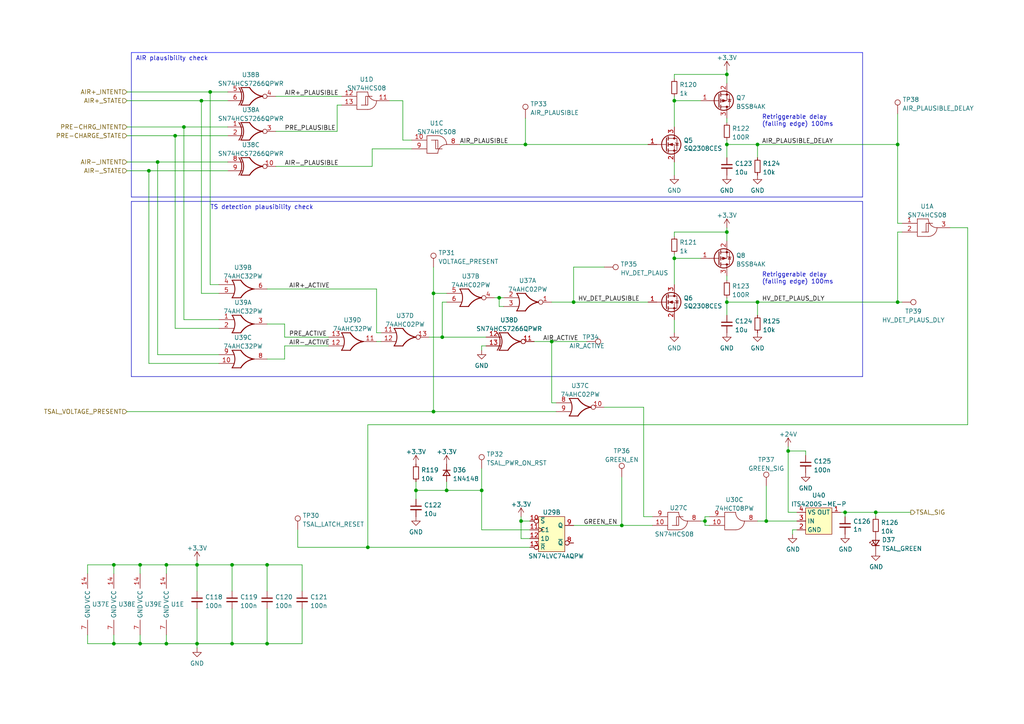
<source format=kicad_sch>
(kicad_sch (version 20211123) (generator eeschema)
  (paper "A4")
  (title_block (title "SPR23e Battery Management Unit (BMU)") (date "2023-03-25") (rev "B") (company "Scuderia Mensa HS RheinMain racing e.V.") (comment 1 "Author: Luca Engelmann") (comment 2 "Car number: 65"))
  (lib_symbols
    (symbol "+3.3V_1" (power) (pin_names (offset 0))
      (property "Value" "+3.3V_1" (at 0 3.556 0))
      (symbol "+3.3V_1_1_1"
        (pin power_in line (at 0 0 90) (length 0) hide (name "+3.3V") (number "1"))
      )
    )
    (symbol "+3.3V_2" (power) (pin_names (offset 0))
      (property "Value" "+3.3V_2" (at 0 3.556 0))
      (symbol "+3.3V_2_1_1"
        (pin power_in line (at 0 0 90) (length 0) hide (name "+3.3V") (number "1"))
      )
    )
    (symbol "+3.3V_3" (power) (pin_names (offset 0))
      (property "Value" "+3.3V_3" (at 0 3.556 0))
      (symbol "+3.3V_3_1_1"
        (pin power_in line (at 0 0 90) (length 0) hide (name "+3.3V") (number "1"))
      )
    )
    (symbol "+3.3V_4" (power) (pin_names (offset 0))
      (property "Value" "+3.3V_4" (at 0 3.556 0))
      (symbol "+3.3V_4_1_1"
        (pin power_in line (at 0 0 90) (length 0) hide (name "+3.3V") (number "1"))
      )
    )
    (symbol "+3.3V_5" (power) (pin_names (offset 0))
      (property "Value" "+3.3V_5" (at 0 3.556 0))
      (symbol "+3.3V_5_1_1"
        (pin power_in line (at 0 0 90) (length 0) hide (name "+3.3V") (number "1"))
      )
    )
    (symbol "74xx08_4"
      (property "Reference" "U" (at 2.54 6.35 0))
      (property "Value" "74xx08_4" (at 5.08 3.81 0))
      (symbol "74xx08_4_1_1"
        (pin input line (at -7.62 1.27 0) (length 4.318) (name "~") (number "1"))
        (pin input line (at -7.62 -1.27 0) (length 4.318) (name "~") (number "2"))
        (pin output line (at 6.35 0 180) (length 3.81) (name "~") (number "3"))
      )
      (symbol "74xx08_4_2_1"
        (pin input line (at -7.62 1.27 0) (length 4.318) (name "~") (number "4"))
        (pin input line (at -7.62 -1.27 0) (length 4.318) (name "~") (number "5"))
        (pin output line (at 6.35 0 180) (length 3.81) (name "~") (number "6"))
      )
      (symbol "74xx08_4_3_1"
        (pin input line (at -7.62 -1.27 0) (length 4.318) (name "~") (number "10"))
        (pin output line (at 6.35 0 180) (length 3.81) (name "~") (number "8"))
        (pin input line (at -7.62 1.27 0) (length 4.318) (name "~") (number "9"))
      )
      (symbol "74xx08_4_4_1"
        (pin output line (at 6.35 0 180) (length 3.81) (name "~") (number "11"))
        (pin input line (at -7.62 1.27 0) (length 4.318) (name "~") (number "12"))
        (pin input line (at -7.62 -1.27 0) (length 4.318) (name "~") (number "13"))
      )
      (symbol "74xx08_4_5_1"
        (pin input line (at 0 8.89 270) (length 4.318) (name "VCC") (number "14"))
        (pin input line (at 0 -8.89 90) (length 4.318) (name "GND") (number "7"))
      )
    )
    (symbol "74xx32_1"
      (property "Reference" "U" (at 2.54 6.35 0))
      (property "Value" "74xx32_1" (at 5.08 3.81 0))
      (symbol "74xx32_1_1_1"
        (pin input line (at -7.62 1.27 0) (length 4.318) (name "~") (number "1"))
        (pin input line (at -7.62 -1.27 0) (length 4.318) (name "~") (number "2"))
        (pin output line (at 6.35 0 180) (length 3.81) (name "~") (number "3"))
      )
      (symbol "74xx32_1_2_1"
        (pin input line (at -7.62 1.27 0) (length 4.318) (name "~") (number "4"))
        (pin input line (at -7.62 -1.27 0) (length 4.318) (name "~") (number "5"))
        (pin output line (at 6.35 0 180) (length 3.81) (name "~") (number "6"))
      )
      (symbol "74xx32_1_3_1"
        (pin input line (at -7.62 -1.27 0) (length 4.318) (name "~") (number "10"))
        (pin output line (at 6.35 0 180) (length 3.81) (name "~") (number "8"))
        (pin input line (at -7.62 1.27 0) (length 4.318) (name "~") (number "9"))
      )
      (symbol "74xx32_1_4_1"
        (pin output line (at 6.35 0 180) (length 3.81) (name "~") (number "11"))
        (pin input line (at -7.62 1.27 0) (length 4.318) (name "~") (number "12"))
        (pin input line (at -7.62 -1.27 0) (length 4.318) (name "~") (number "13"))
      )
      (symbol "74xx32_1_5_1"
        (pin input line (at 0 8.89 270) (length 4.318) (name "VCC") (number "14"))
        (pin input line (at 0 -8.89 90) (length 4.318) (name "GND") (number "7"))
      )
    )
    (symbol "74xx32_2"
      (property "Reference" "U" (at 2.54 6.35 0))
      (property "Value" "74xx32_2" (at 5.08 3.81 0))
      (symbol "74xx32_2_1_1"
        (pin input line (at -7.62 1.27 0) (length 4.318) (name "~") (number "1"))
        (pin input line (at -7.62 -1.27 0) (length 4.318) (name "~") (number "2"))
        (pin output line (at 6.35 0 180) (length 3.81) (name "~") (number "3"))
      )
      (symbol "74xx32_2_2_1"
        (pin input line (at -7.62 1.27 0) (length 4.318) (name "~") (number "4"))
        (pin input line (at -7.62 -1.27 0) (length 4.318) (name "~") (number "5"))
        (pin output line (at 6.35 0 180) (length 3.81) (name "~") (number "6"))
      )
      (symbol "74xx32_2_3_1"
        (pin input line (at -7.62 -1.27 0) (length 4.318) (name "~") (number "10"))
        (pin output line (at 6.35 0 180) (length 3.81) (name "~") (number "8"))
        (pin input line (at -7.62 1.27 0) (length 4.318) (name "~") (number "9"))
      )
      (symbol "74xx32_2_4_1"
        (pin output line (at 6.35 0 180) (length 3.81) (name "~") (number "11"))
        (pin input line (at -7.62 1.27 0) (length 4.318) (name "~") (number "12"))
        (pin input line (at -7.62 -1.27 0) (length 4.318) (name "~") (number "13"))
      )
      (symbol "74xx32_2_5_1"
        (pin input line (at 0 8.89 270) (length 4.318) (name "VCC") (number "14"))
        (pin input line (at 0 -8.89 90) (length 4.318) (name "GND") (number "7"))
      )
    )
    (symbol "74xx32_3"
      (property "Reference" "U" (at 2.54 6.35 0))
      (property "Value" "74xx32_3" (at 5.08 3.81 0))
      (symbol "74xx32_3_1_1"
        (pin input line (at -7.62 1.27 0) (length 4.318) (name "~") (number "1"))
        (pin input line (at -7.62 -1.27 0) (length 4.318) (name "~") (number "2"))
        (pin output line (at 6.35 0 180) (length 3.81) (name "~") (number "3"))
      )
      (symbol "74xx32_3_2_1"
        (pin input line (at -7.62 1.27 0) (length 4.318) (name "~") (number "4"))
        (pin input line (at -7.62 -1.27 0) (length 4.318) (name "~") (number "5"))
        (pin output line (at 6.35 0 180) (length 3.81) (name "~") (number "6"))
      )
      (symbol "74xx32_3_3_1"
        (pin input line (at -7.62 -1.27 0) (length 4.318) (name "~") (number "10"))
        (pin output line (at 6.35 0 180) (length 3.81) (name "~") (number "8"))
        (pin input line (at -7.62 1.27 0) (length 4.318) (name "~") (number "9"))
      )
      (symbol "74xx32_3_4_1"
        (pin output line (at 6.35 0 180) (length 3.81) (name "~") (number "11"))
        (pin input line (at -7.62 1.27 0) (length 4.318) (name "~") (number "12"))
        (pin input line (at -7.62 -1.27 0) (length 4.318) (name "~") (number "13"))
      )
      (symbol "74xx32_3_5_1"
        (pin input line (at 0 8.89 270) (length 4.318) (name "VCC") (number "14"))
        (pin input line (at 0 -8.89 90) (length 4.318) (name "GND") (number "7"))
      )
    )
    (symbol "74xx32_4"
      (property "Reference" "U" (at 2.54 6.35 0))
      (property "Value" "74xx32_4" (at 5.08 3.81 0))
      (symbol "74xx32_4_1_1"
        (pin input line (at -7.62 1.27 0) (length 4.318) (name "~") (number "1"))
        (pin input line (at -7.62 -1.27 0) (length 4.318) (name "~") (number "2"))
        (pin output line (at 6.35 0 180) (length 3.81) (name "~") (number "3"))
      )
      (symbol "74xx32_4_2_1"
        (pin input line (at -7.62 1.27 0) (length 4.318) (name "~") (number "4"))
        (pin input line (at -7.62 -1.27 0) (length 4.318) (name "~") (number "5"))
        (pin output line (at 6.35 0 180) (length 3.81) (name "~") (number "6"))
      )
      (symbol "74xx32_4_3_1"
        (pin input line (at -7.62 -1.27 0) (length 4.318) (name "~") (number "10"))
        (pin output line (at 6.35 0 180) (length 3.81) (name "~") (number "8"))
        (pin input line (at -7.62 1.27 0) (length 4.318) (name "~") (number "9"))
      )
      (symbol "74xx32_4_4_1"
        (pin output line (at 6.35 0 180) (length 3.81) (name "~") (number "11"))
        (pin input line (at -7.62 1.27 0) (length 4.318) (name "~") (number "12"))
        (pin input line (at -7.62 -1.27 0) (length 4.318) (name "~") (number "13"))
      )
      (symbol "74xx32_4_5_1"
        (pin input line (at 0 8.89 270) (length 4.318) (name "VCC") (number "14"))
        (pin input line (at 0 -8.89 90) (length 4.318) (name "GND") (number "7"))
      )
    )
    (symbol "Connector:TestPoint" (pin_numbers hide) (pin_names (offset 0.762) hide)
      (property "Reference" "TP" (at 0 6.858 0))
      (property "Value" "TestPoint" (at 0 5.08 0))
      (symbol "TestPoint_1_1"
        (pin passive line (at 0 0 90) (length 2.54) (name "1") (number "1"))
      )
    )
    (symbol "Device:C_Small" (pin_numbers hide) (pin_names (offset 0.254) hide)
      (property "Reference" "C" (at 0.254 1.778 0))
      (property "Value" "C_Small" (at 0.254 -2.032 0))
      (symbol "C_Small_1_1"
        (pin passive line (at 0 2.54 270) (length 2.032) (name "~") (number "1"))
        (pin passive line (at 0 -2.54 90) (length 2.032) (name "~") (number "2"))
      )
    )
    (symbol "Device:D_Small" (pin_numbers hide) (pin_names (offset 0.254) hide)
      (property "Reference" "D" (at -1.27 2.032 0))
      (property "Value" "D_Small" (at -3.81 -2.032 0))
      (symbol "D_Small_1_1"
        (pin passive line (at -2.54 0 0) (length 1.778) (name "K") (number "1"))
        (pin passive line (at 2.54 0 180) (length 1.778) (name "A") (number "2"))
      )
    )
    (symbol "Device:LED_Small" (pin_numbers hide) (pin_names (offset 0.254) hide)
      (property "Reference" "D" (at -1.27 3.175 0))
      (property "Value" "LED_Small" (at -4.445 -2.54 0))
      (symbol "LED_Small_1_1"
        (pin passive line (at -2.54 0 0) (length 1.778) (name "K") (number "1"))
        (pin passive line (at 2.54 0 180) (length 1.778) (name "A") (number "2"))
      )
    )
    (symbol "Device:Q_NMOS_GSD" (pin_names (offset 0) hide)
      (property "Reference" "Q" (at 5.08 1.27 0))
      (property "Value" "Q_NMOS_GSD" (at 5.08 -1.27 0))
      (symbol "Q_NMOS_GSD_1_1"
        (pin input line (at -5.08 0 0) (length 2.54) (name "G") (number "1"))
        (pin passive line (at 2.54 -5.08 90) (length 2.54) (name "S") (number "2"))
        (pin passive line (at 2.54 5.08 270) (length 2.54) (name "D") (number "3"))
      )
    )
    (symbol "Device:Q_PMOS_GSD" (pin_names (offset 0) hide)
      (property "Reference" "Q" (at 5.08 1.27 0))
      (property "Value" "Q_PMOS_GSD" (at 5.08 -1.27 0))
      (symbol "Q_PMOS_GSD_1_1"
        (pin input line (at -5.08 0 0) (length 2.54) (name "G") (number "1"))
        (pin passive line (at 2.54 -5.08 90) (length 2.54) (name "S") (number "2"))
        (pin passive line (at 2.54 5.08 270) (length 2.54) (name "D") (number "3"))
      )
    )
    (symbol "Device:R_Small" (pin_numbers hide) (pin_names (offset 0.254) hide)
      (property "Reference" "R" (at 0.762 0.508 0))
      (property "Value" "R_Small" (at 0.762 -1.016 0))
      (symbol "R_Small_1_1"
        (pin passive line (at 0 2.54 270) (length 0.762) (name "~") (number "1"))
        (pin passive line (at 0 -2.54 90) (length 0.762) (name "~") (number "2"))
      )
    )
    (symbol "GND_1" (power) (pin_names (offset 0))
      (property "Value" "GND_1" (at 0 -3.81 0))
      (symbol "GND_1_1_1"
        (pin power_in line (at 0 0 270) (length 0) hide (name "GND") (number "1"))
      )
    )
    (symbol "GND_10" (power) (pin_names (offset 0))
      (property "Value" "GND_10" (at 0 -3.81 0))
      (symbol "GND_10_1_1"
        (pin power_in line (at 0 0 270) (length 0) hide (name "GND") (number "1"))
      )
    )
    (symbol "GND_11" (power) (pin_names (offset 0))
      (property "Value" "GND_11" (at 0 -3.81 0))
      (symbol "GND_11_1_1"
        (pin power_in line (at 0 0 270) (length 0) hide (name "GND") (number "1"))
      )
    )
    (symbol "GND_12" (power) (pin_names (offset 0))
      (property "Value" "GND_12" (at 0 -3.81 0))
      (symbol "GND_12_1_1"
        (pin power_in line (at 0 0 270) (length 0) hide (name "GND") (number "1"))
      )
    )
    (symbol "GND_3" (power) (pin_names (offset 0))
      (property "Value" "GND_3" (at 0 -3.81 0))
      (symbol "GND_3_1_1"
        (pin power_in line (at 0 0 270) (length 0) hide (name "GND") (number "1"))
      )
    )
    (symbol "GND_4" (power) (pin_names (offset 0))
      (property "Value" "GND_4" (at 0 -3.81 0))
      (symbol "GND_4_1_1"
        (pin power_in line (at 0 0 270) (length 0) hide (name "GND") (number "1"))
      )
    )
    (symbol "GND_5" (power) (pin_names (offset 0))
      (property "Value" "GND_5" (at 0 -3.81 0))
      (symbol "GND_5_1_1"
        (pin power_in line (at 0 0 270) (length 0) hide (name "GND") (number "1"))
      )
    )
    (symbol "GND_6" (power) (pin_names (offset 0))
      (property "Value" "GND_6" (at 0 -3.81 0))
      (symbol "GND_6_1_1"
        (pin power_in line (at 0 0 270) (length 0) hide (name "GND") (number "1"))
      )
    )
    (symbol "GND_7" (power) (pin_names (offset 0))
      (property "Value" "GND_7" (at 0 -3.81 0))
      (symbol "GND_7_1_1"
        (pin power_in line (at 0 0 270) (length 0) hide (name "GND") (number "1"))
      )
    )
    (symbol "GND_8" (power) (pin_names (offset 0))
      (property "Value" "GND_8" (at 0 -3.81 0))
      (symbol "GND_8_1_1"
        (pin power_in line (at 0 0 270) (length 0) hide (name "GND") (number "1"))
      )
    )
    (symbol "GND_9" (power) (pin_names (offset 0))
      (property "Value" "GND_9" (at 0 -3.81 0))
      (symbol "GND_9_1_1"
        (pin power_in line (at 0 0 270) (length 0) hide (name "GND") (number "1"))
      )
    )
    (symbol "Scuderia:74HCS08"
      (property "Reference" "U" (at 2.54 6.35 0))
      (property "Value" "74HCS08" (at 5.08 3.81 0))
      (symbol "74HCS08_1_1"
        (pin input line (at -7.62 1.27 0) (length 4.318) (name "~") (number "1"))
        (pin input line (at -7.62 -1.27 0) (length 4.318) (name "~") (number "2"))
        (pin output line (at 6.35 0 180) (length 3.81) (name "~") (number "3"))
      )
      (symbol "74HCS08_2_1"
        (pin input line (at -7.62 1.27 0) (length 4.318) (name "~") (number "4"))
        (pin input line (at -7.62 -1.27 0) (length 4.318) (name "~") (number "5"))
        (pin output line (at 6.35 0 180) (length 3.81) (name "~") (number "6"))
      )
      (symbol "74HCS08_3_1"
        (pin input line (at -7.62 -1.27 0) (length 4.318) (name "~") (number "10"))
        (pin output line (at 6.35 0 180) (length 3.81) (name "~") (number "8"))
        (pin input line (at -7.62 1.27 0) (length 4.318) (name "~") (number "9"))
      )
      (symbol "74HCS08_4_1"
        (pin output line (at 6.35 0 180) (length 3.81) (name "~") (number "11"))
        (pin input line (at -7.62 1.27 0) (length 4.318) (name "~") (number "12"))
        (pin input line (at -7.62 -1.27 0) (length 4.318) (name "~") (number "13"))
      )
      (symbol "74HCS08_5_1"
        (pin input line (at 0 8.89 270) (length 4.318) (name "VCC") (number "14"))
        (pin input line (at 0 -8.89 90) (length 4.318) (name "GND") (number "7"))
      )
    )
    (symbol "Scuderia:74xx02"
      (property "Reference" "U" (at 2.54 6.35 0))
      (property "Value" "74xx02" (at 5.08 3.81 0))
      (symbol "74xx02_1_1"
        (pin output inverted (at 6.35 0 180) (length 3.81) (name "~") (number "1"))
        (pin input line (at -7.62 1.27 0) (length 4.318) (name "~") (number "2"))
        (pin input line (at -7.62 -1.27 0) (length 4.318) (name "~") (number "3"))
      )
      (symbol "74xx02_2_1"
        (pin output inverted (at 6.35 0 180) (length 3.81) (name "~") (number "4"))
        (pin input line (at -7.62 1.27 0) (length 4.318) (name "~") (number "5"))
        (pin input line (at -7.62 -1.27 0) (length 4.318) (name "~") (number "6"))
      )
      (symbol "74xx02_3_1"
        (pin output inverted (at 6.35 0 180) (length 3.81) (name "~") (number "10"))
        (pin input line (at -7.62 1.27 0) (length 4.318) (name "~") (number "8"))
        (pin input line (at -7.62 -1.27 0) (length 4.318) (name "~") (number "9"))
      )
      (symbol "74xx02_4_1"
        (pin input line (at -7.62 1.27 0) (length 4.318) (name "~") (number "11"))
        (pin input line (at -7.62 -1.27 0) (length 4.318) (name "~") (number "12"))
        (pin output inverted (at 6.35 0 180) (length 3.81) (name "~") (number "13"))
      )
      (symbol "74xx02_5_1"
        (pin input line (at 0 8.89 270) (length 4.318) (name "VCC") (number "14"))
        (pin input line (at 0 -8.89 90) (length 4.318) (name "GND") (number "7"))
      )
    )
    (symbol "Scuderia:74xx32"
      (property "Reference" "U" (at 2.54 6.35 0))
      (property "Value" "74xx32" (at 5.08 3.81 0))
      (symbol "74xx32_1_1"
        (pin input line (at -7.62 1.27 0) (length 4.318) (name "~") (number "1"))
        (pin input line (at -7.62 -1.27 0) (length 4.318) (name "~") (number "2"))
        (pin output line (at 6.35 0 180) (length 3.81) (name "~") (number "3"))
      )
      (symbol "74xx32_2_1"
        (pin input line (at -7.62 1.27 0) (length 4.318) (name "~") (number "4"))
        (pin input line (at -7.62 -1.27 0) (length 4.318) (name "~") (number "5"))
        (pin output line (at 6.35 0 180) (length 3.81) (name "~") (number "6"))
      )
      (symbol "74xx32_3_1"
        (pin input line (at -7.62 -1.27 0) (length 4.318) (name "~") (number "10"))
        (pin output line (at 6.35 0 180) (length 3.81) (name "~") (number "8"))
        (pin input line (at -7.62 1.27 0) (length 4.318) (name "~") (number "9"))
      )
      (symbol "74xx32_4_1"
        (pin output line (at 6.35 0 180) (length 3.81) (name "~") (number "11"))
        (pin input line (at -7.62 1.27 0) (length 4.318) (name "~") (number "12"))
        (pin input line (at -7.62 -1.27 0) (length 4.318) (name "~") (number "13"))
      )
      (symbol "74xx32_5_1"
        (pin input line (at 0 8.89 270) (length 4.318) (name "VCC") (number "14"))
        (pin input line (at 0 -8.89 90) (length 4.318) (name "GND") (number "7"))
      )
    )
    (symbol "Scuderia:74xx7266"
      (property "Reference" "U" (at 5.08 5.08 0))
      (property "Value" "74xx7266" (at 5.08 2.54 0))
      (symbol "74xx7266_1_1"
        (pin input line (at -7.62 1.27 0) (length 4.318) (name "~") (number "1"))
        (pin input line (at -7.62 -1.27 0) (length 4.318) (name "~") (number "2"))
        (pin output inverted (at 6.35 0 180) (length 3.81) (name "~") (number "3"))
      )
      (symbol "74xx7266_2_1"
        (pin output inverted (at 6.35 0 180) (length 3.81) (name "~") (number "4"))
        (pin input line (at -7.62 1.27 0) (length 4.318) (name "~") (number "5"))
        (pin input line (at -7.62 -1.27 0) (length 4.318) (name "~") (number "6"))
      )
      (symbol "74xx7266_3_1"
        (pin output inverted (at 6.35 0 180) (length 3.81) (name "~") (number "10"))
        (pin input line (at -7.62 1.27 0) (length 4.318) (name "~") (number "8"))
        (pin input line (at -7.62 -1.27 0) (length 4.318) (name "~") (number "9"))
      )
      (symbol "74xx7266_4_1"
        (pin output inverted (at 6.35 0 180) (length 3.81) (name "~") (number "11"))
        (pin input line (at -7.62 1.27 0) (length 4.318) (name "~") (number "12"))
        (pin input line (at -7.62 -1.27 0) (length 4.318) (name "~") (number "13"))
      )
      (symbol "74xx7266_5_1"
        (pin input line (at 0 8.89 270) (length 4.318) (name "VCC") (number "14"))
        (pin input line (at 0 -8.89 90) (length 4.318) (name "GND") (number "7"))
      )
    )
    (symbol "Scuderia:74xx74_SPLIT"
      (property "Reference" "U" (at 5.08 8.89 0))
      (property "Value" "74xx74_SPLIT" (at 7.62 6.35 0))
      (symbol "74xx74_SPLIT_1_1"
        (pin input inverted (at -6.35 -3.81 0) (length 2.54) (name "~{R}") (number "1"))
        (pin input line (at -6.35 -1.27 0) (length 2.54) (name "1D") (number "2"))
        (pin input clock (at -6.35 1.27 0) (length 2.54) (name "C1") (number "3"))
        (pin input inverted (at -6.35 3.81 0) (length 2.54) (name "~{S}") (number "4"))
        (pin output line (at 6.35 2.54 180) (length 2.54) (name "Q") (number "5"))
        (pin output inverted (at 6.35 -2.54 180) (length 2.54) (name "~{Q}") (number "6"))
      )
      (symbol "74xx74_SPLIT_2_1"
        (pin input inverted (at -6.35 3.81 0) (length 2.54) (name "~{S}") (number "10"))
        (pin input clock (at -6.35 1.27 0) (length 2.54) (name "C1") (number "11"))
        (pin input line (at -6.35 -1.27 0) (length 2.54) (name "1D") (number "12"))
        (pin input inverted (at -6.35 -3.81 0) (length 2.54) (name "~{R}") (number "13"))
        (pin output inverted (at 6.35 -2.54 180) (length 2.54) (name "~{Q}") (number "8"))
        (pin output line (at 6.35 2.54 180) (length 2.54) (name "Q") (number "9"))
      )
      (symbol "74xx74_SPLIT_3_1"
        (pin input line (at 0 8.89 270) (length 4.318) (name "VCC") (number "14"))
        (pin input line (at 0 -8.89 90) (length 4.318) (name "GND") (number "7"))
      )
    )
    (symbol "Scuderia:ITS4200S"
      (property "Reference" "U" (at 0 7.62 0))
      (property "Value" "ITS4200S" (at 0 5.08 0))
      (symbol "ITS4200S_1_1"
        (pin power_out line (at 6.35 2.54 180) (length 2.54) (name "OUT") (number "1"))
        (pin input line (at -6.35 -2.54 0) (length 2.54) (name "GND") (number "2"))
        (pin input line (at -6.35 0 0) (length 2.54) (name "IN") (number "3"))
        (pin input line (at -6.35 2.54 0) (length 2.54) (name "VS") (number "4"))
      )
    )
    (symbol "power:+24V" (power) (pin_names (offset 0))
      (property "Value" "+24V" (at 0 3.556 0))
      (symbol "+24V_1_1"
        (pin power_in line (at 0 0 90) (length 0) hide (name "+24V") (number "1"))
      )
    )
    (symbol "power:+3.3V" (power) (pin_names (offset 0))
      (property "Value" "+3.3V" (at 0 3.556 0))
      (symbol "+3.3V_1_1"
        (pin power_in line (at 0 0 90) (length 0) hide (name "+3.3V") (number "1"))
      )
    )
    (symbol "power:GND" (power) (pin_names (offset 0))
      (property "Value" "GND" (at 0 -3.81 0))
      (symbol "GND_1_1"
        (pin power_in line (at 0 0 270) (length 0) hide (name "GND") (number "1"))
      )
    )
  )
  (junction (at 67.31 163.83))
  (junction (at 260.35 41.91))
  (junction (at 195.58 74.93))
  (junction (at 48.26 163.83))
  (junction (at 222.25 151.13))
  (junction (at 210.82 21.59))
  (junction (at 40.64 163.83))
  (junction (at 57.15 186.69))
  (junction (at 180.34 152.4))
  (junction (at 128.27 97.79))
  (junction (at 45.72 46.99))
  (junction (at 125.73 119.38))
  (junction (at 210.82 41.91))
  (junction (at 254 148.59))
  (junction (at 210.82 87.63))
  (junction (at 33.02 186.69))
  (junction (at 245.11 148.59))
  (junction (at 260.35 87.63))
  (junction (at 152.4 41.91))
  (junction (at 77.47 186.69))
  (junction (at 219.71 41.91))
  (junction (at 204.47 151.13))
  (junction (at 151.13 151.13))
  (junction (at 77.47 163.83))
  (junction (at 40.64 186.69))
  (junction (at 166.37 87.63))
  (junction (at 144.78 86.36))
  (junction (at 228.6 130.81))
  (junction (at 60.96 26.67))
  (junction (at 195.58 29.21))
  (junction (at 53.34 36.83))
  (junction (at 48.26 186.69))
  (junction (at 106.68 158.75))
  (junction (at 50.8 39.37))
  (junction (at 57.15 163.83))
  (junction (at 219.71 87.63))
  (junction (at 129.54 142.24))
  (junction (at 139.7 142.24))
  (junction (at 210.82 67.31))
  (junction (at 58.42 29.21))
  (junction (at 125.73 85.09))
  (junction (at 120.65 142.24))
  (junction (at 43.18 49.53))
  (junction (at 67.31 186.69))
  (junction (at 160.02 99.06))
  (junction (at 33.02 163.83))
  (wire (pts (xy 77.47 176.53) (xy 77.47 186.69)))
  (wire (pts (xy 99.06 30.48) (xy 97.79 30.48)))
  (wire (pts (xy 231.14 153.67) (xy 229.87 153.67)))
  (wire (pts (xy 139.7 135.89) (xy 139.7 142.24)))
  (wire (pts (xy 57.15 163.83) (xy 67.31 163.83)))
  (wire (pts (xy 144.78 86.36) (xy 146.05 86.36)))
  (wire (pts (xy 109.22 99.06) (xy 110.49 99.06)))
  (wire (pts (xy 195.58 29.21) (xy 195.58 36.83)))
  (wire (pts (xy 36.83 29.21) (xy 58.42 29.21)))
  (wire (pts (xy 82.55 93.98) (xy 82.55 97.79)))
  (wire (pts (xy 25.4 163.83) (xy 33.02 163.83)))
  (wire (pts (xy 125.73 77.47) (xy 125.73 85.09)))
  (wire (pts (xy 67.31 176.53) (xy 67.31 186.69)))
  (wire (pts (xy 175.26 77.47) (xy 166.37 77.47)))
  (wire (pts (xy 152.4 34.29) (xy 152.4 41.91)))
  (polyline (pts (xy 250.19 109.22) (xy 38.1 109.22)) (stroke (width 0) (type solid)))
  (wire (pts (xy 33.02 184.15) (xy 33.02 186.69)))
  (wire (pts (xy 33.02 186.69) (xy 40.64 186.69)))
  (wire (pts (xy 120.65 142.24) (xy 120.65 144.78)))
  (wire (pts (xy 43.18 105.41) (xy 63.5 105.41)))
  (polyline (pts (xy 38.1 15.24) (xy 38.1 57.15)) (stroke (width 0) (type solid)))
  (wire (pts (xy 233.68 132.08) (xy 233.68 130.81)))
  (polyline (pts (xy 250.19 58.42) (xy 38.1 58.42)) (stroke (width 0) (type solid)))
  (wire (pts (xy 228.6 130.81) (xy 228.6 148.59)))
  (wire (pts (xy 60.96 26.67) (xy 66.04 26.67)))
  (wire (pts (xy 222.25 151.13) (xy 231.14 151.13)))
  (wire (pts (xy 57.15 176.53) (xy 57.15 186.69)))
  (wire (pts (xy 160.02 99.06) (xy 160.02 116.84)))
  (wire (pts (xy 109.22 83.82) (xy 77.47 83.82)))
  (wire (pts (xy 260.35 67.31) (xy 260.35 87.63)))
  (wire (pts (xy 40.64 184.15) (xy 40.64 186.69)))
  (wire (pts (xy 36.83 26.67) (xy 60.96 26.67)))
  (wire (pts (xy 57.15 186.69) (xy 67.31 186.69)))
  (wire (pts (xy 210.82 87.63) (xy 210.82 91.44)))
  (wire (pts (xy 186.69 118.11) (xy 186.69 149.86)))
  (wire (pts (xy 161.29 116.84) (xy 160.02 116.84)))
  (wire (pts (xy 36.83 36.83) (xy 53.34 36.83)))
  (wire (pts (xy 210.82 24.13) (xy 210.82 21.59)))
  (wire (pts (xy 195.58 73.66) (xy 195.58 74.93)))
  (wire (pts (xy 97.79 30.48) (xy 97.79 38.1)))
  (wire (pts (xy 219.71 87.63) (xy 260.35 87.63)))
  (wire (pts (xy 50.8 95.25) (xy 50.8 39.37)))
  (wire (pts (xy 87.63 163.83) (xy 77.47 163.83)))
  (wire (pts (xy 210.82 67.31) (xy 195.58 67.31)))
  (wire (pts (xy 195.58 92.71) (xy 195.58 96.52)))
  (wire (pts (xy 36.83 49.53) (xy 43.18 49.53)))
  (wire (pts (xy 222.25 140.97) (xy 222.25 151.13)))
  (wire (pts (xy 151.13 149.86) (xy 151.13 151.13)))
  (wire (pts (xy 50.8 39.37) (xy 66.04 39.37)))
  (wire (pts (xy 139.7 153.67) (xy 139.7 142.24)))
  (wire (pts (xy 63.5 85.09) (xy 58.42 85.09)))
  (wire (pts (xy 82.55 97.79) (xy 95.25 97.79)))
  (wire (pts (xy 106.68 158.75) (xy 153.67 158.75)))
  (wire (pts (xy 210.82 21.59) (xy 195.58 21.59)))
  (wire (pts (xy 80.01 48.26) (xy 107.95 48.26)))
  (wire (pts (xy 77.47 171.45) (xy 77.47 163.83)))
  (wire (pts (xy 125.73 85.09) (xy 129.54 85.09)))
  (wire (pts (xy 43.18 49.53) (xy 66.04 49.53)))
  (wire (pts (xy 186.69 149.86) (xy 189.23 149.86)))
  (wire (pts (xy 210.82 40.64) (xy 210.82 41.91)))
  (wire (pts (xy 219.71 41.91) (xy 260.35 41.91)))
  (wire (pts (xy 40.64 163.83) (xy 48.26 163.83)))
  (wire (pts (xy 120.65 139.7) (xy 120.65 142.24)))
  (wire (pts (xy 152.4 41.91) (xy 187.96 41.91)))
  (wire (pts (xy 219.71 41.91) (xy 219.71 45.72)))
  (polyline (pts (xy 38.1 15.24) (xy 250.19 15.24)) (stroke (width 0) (type solid) (color 0 0 255 1)))
  (wire (pts (xy 106.68 158.75) (xy 106.68 123.19)))
  (wire (pts (xy 151.13 151.13) (xy 153.67 151.13)))
  (wire (pts (xy 58.42 29.21) (xy 66.04 29.21)))
  (wire (pts (xy 82.55 100.33) (xy 95.25 100.33)))
  (wire (pts (xy 40.64 186.69) (xy 48.26 186.69)))
  (wire (pts (xy 139.7 100.33) (xy 139.7 101.6)))
  (wire (pts (xy 166.37 77.47) (xy 166.37 87.63)))
  (wire (pts (xy 210.82 80.01) (xy 210.82 81.28)))
  (wire (pts (xy 175.26 118.11) (xy 186.69 118.11)))
  (wire (pts (xy 228.6 130.81) (xy 233.68 130.81)))
  (wire (pts (xy 33.02 163.83) (xy 33.02 166.37)))
  (wire (pts (xy 160.02 87.63) (xy 166.37 87.63)))
  (wire (pts (xy 275.59 66.04) (xy 280.67 66.04)))
  (wire (pts (xy 36.83 39.37) (xy 50.8 39.37)))
  (wire (pts (xy 48.26 163.83) (xy 48.26 166.37)))
  (wire (pts (xy 48.26 186.69) (xy 57.15 186.69)))
  (wire (pts (xy 67.31 163.83) (xy 67.31 171.45)))
  (wire (pts (xy 86.36 158.75) (xy 106.68 158.75)))
  (wire (pts (xy 204.47 149.86) (xy 205.74 149.86)))
  (wire (pts (xy 170.18 99.06) (xy 160.02 99.06)))
  (wire (pts (xy 280.67 123.19) (xy 280.67 66.04)))
  (wire (pts (xy 40.64 166.37) (xy 40.64 163.83)))
  (wire (pts (xy 82.55 104.14) (xy 82.55 100.33)))
  (wire (pts (xy 231.14 148.59) (xy 228.6 148.59)))
  (wire (pts (xy 119.38 40.64) (xy 116.84 40.64)))
  (wire (pts (xy 205.74 152.4) (xy 204.47 152.4)))
  (wire (pts (xy 57.15 163.83) (xy 57.15 171.45)))
  (wire (pts (xy 151.13 151.13) (xy 151.13 156.21)))
  (wire (pts (xy 107.95 43.18) (xy 107.95 48.26)))
  (wire (pts (xy 245.11 148.59) (xy 245.11 149.86)))
  (wire (pts (xy 45.72 46.99) (xy 66.04 46.99)))
  (wire (pts (xy 140.97 100.33) (xy 139.7 100.33)))
  (wire (pts (xy 77.47 93.98) (xy 82.55 93.98)))
  (wire (pts (xy 203.2 29.21) (xy 195.58 29.21)))
  (wire (pts (xy 204.47 151.13) (xy 204.47 149.86)))
  (wire (pts (xy 63.5 82.55) (xy 60.96 82.55)))
  (wire (pts (xy 210.82 66.04) (xy 210.82 67.31)))
  (wire (pts (xy 124.46 97.79) (xy 128.27 97.79)))
  (wire (pts (xy 25.4 166.37) (xy 25.4 163.83)))
  (wire (pts (xy 48.26 184.15) (xy 48.26 186.69)))
  (wire (pts (xy 261.62 64.77) (xy 260.35 64.77)))
  (wire (pts (xy 25.4 186.69) (xy 33.02 186.69)))
  (polyline (pts (xy 38.1 58.42) (xy 38.1 109.22)) (stroke (width 0) (type solid)))
  (wire (pts (xy 195.58 46.99) (xy 195.58 50.8)))
  (wire (pts (xy 219.71 151.13) (xy 222.25 151.13)))
  (wire (pts (xy 210.82 20.32) (xy 210.82 21.59)))
  (wire (pts (xy 36.83 119.38) (xy 125.73 119.38)))
  (wire (pts (xy 203.2 74.93) (xy 195.58 74.93)))
  (wire (pts (xy 87.63 186.69) (xy 77.47 186.69)))
  (polyline (pts (xy 250.19 15.24) (xy 250.19 57.15)) (stroke (width 0) (type solid)))
  (wire (pts (xy 166.37 87.63) (xy 187.96 87.63)))
  (wire (pts (xy 80.01 27.94) (xy 99.06 27.94)))
  (wire (pts (xy 210.82 34.29) (xy 210.82 35.56)))
  (wire (pts (xy 67.31 163.83) (xy 77.47 163.83)))
  (wire (pts (xy 154.94 99.06) (xy 160.02 99.06)))
  (wire (pts (xy 140.97 97.79) (xy 128.27 97.79)))
  (wire (pts (xy 229.87 153.67) (xy 229.87 154.94)))
  (wire (pts (xy 144.78 86.36) (xy 144.78 88.9)))
  (wire (pts (xy 210.82 41.91) (xy 210.82 45.72)))
  (wire (pts (xy 53.34 92.71) (xy 53.34 36.83)))
  (wire (pts (xy 195.58 21.59) (xy 195.58 22.86)))
  (wire (pts (xy 106.68 123.19) (xy 280.67 123.19)))
  (wire (pts (xy 204.47 151.13) (xy 204.47 152.4)))
  (wire (pts (xy 210.82 87.63) (xy 219.71 87.63)))
  (wire (pts (xy 87.63 171.45) (xy 87.63 163.83)))
  (wire (pts (xy 125.73 85.09) (xy 125.73 119.38)))
  (wire (pts (xy 195.58 67.31) (xy 195.58 68.58)))
  (wire (pts (xy 245.11 148.59) (xy 254 148.59)))
  (wire (pts (xy 57.15 186.69) (xy 57.15 187.96)))
  (wire (pts (xy 36.83 46.99) (xy 45.72 46.99)))
  (wire (pts (xy 125.73 119.38) (xy 161.29 119.38)))
  (wire (pts (xy 45.72 102.87) (xy 63.5 102.87)))
  (wire (pts (xy 210.82 86.36) (xy 210.82 87.63)))
  (wire (pts (xy 153.67 153.67) (xy 139.7 153.67)))
  (wire (pts (xy 228.6 129.54) (xy 228.6 130.81)))
  (wire (pts (xy 80.01 38.1) (xy 97.79 38.1)))
  (wire (pts (xy 144.78 88.9) (xy 146.05 88.9)))
  (wire (pts (xy 63.5 95.25) (xy 50.8 95.25)))
  (wire (pts (xy 87.63 176.53) (xy 87.63 186.69)))
  (wire (pts (xy 261.62 67.31) (xy 260.35 67.31)))
  (wire (pts (xy 254 148.59) (xy 254 149.86)))
  (wire (pts (xy 86.36 153.67) (xy 86.36 158.75)))
  (wire (pts (xy 254 148.59) (xy 264.16 148.59)))
  (wire (pts (xy 210.82 69.85) (xy 210.82 67.31)))
  (wire (pts (xy 128.27 97.79) (xy 128.27 87.63)))
  (wire (pts (xy 116.84 29.21) (xy 113.03 29.21)))
  (wire (pts (xy 43.18 49.53) (xy 43.18 105.41)))
  (wire (pts (xy 195.58 74.93) (xy 195.58 82.55)))
  (wire (pts (xy 166.37 152.4) (xy 180.34 152.4)))
  (wire (pts (xy 109.22 96.52) (xy 109.22 83.82)))
  (polyline (pts (xy 250.19 57.15) (xy 38.1 57.15)) (stroke (width 0) (type solid)))
  (wire (pts (xy 25.4 184.15) (xy 25.4 186.69)))
  (wire (pts (xy 195.58 27.94) (xy 195.58 29.21)))
  (wire (pts (xy 33.02 163.83) (xy 40.64 163.83)))
  (wire (pts (xy 77.47 104.14) (xy 82.55 104.14)))
  (wire (pts (xy 129.54 87.63) (xy 128.27 87.63)))
  (wire (pts (xy 57.15 162.56) (xy 57.15 163.83)))
  (wire (pts (xy 63.5 92.71) (xy 53.34 92.71)))
  (wire (pts (xy 116.84 40.64) (xy 116.84 29.21)))
  (wire (pts (xy 58.42 29.21) (xy 58.42 85.09)))
  (wire (pts (xy 153.67 156.21) (xy 151.13 156.21)))
  (wire (pts (xy 129.54 139.7) (xy 129.54 142.24)))
  (wire (pts (xy 129.54 142.24) (xy 139.7 142.24)))
  (wire (pts (xy 67.31 186.69) (xy 77.47 186.69)))
  (wire (pts (xy 260.35 33.02) (xy 260.35 41.91)))
  (wire (pts (xy 110.49 96.52) (xy 109.22 96.52)))
  (wire (pts (xy 260.35 64.77) (xy 260.35 41.91)))
  (wire (pts (xy 53.34 36.83) (xy 66.04 36.83)))
  (wire (pts (xy 260.35 87.63) (xy 261.62 87.63)))
  (wire (pts (xy 219.71 87.63) (xy 219.71 91.44)))
  (wire (pts (xy 60.96 82.55) (xy 60.96 26.67)))
  (wire (pts (xy 180.34 152.4) (xy 189.23 152.4)))
  (wire (pts (xy 133.35 41.91) (xy 152.4 41.91)))
  (wire (pts (xy 143.51 86.36) (xy 144.78 86.36)))
  (wire (pts (xy 45.72 46.99) (xy 45.72 102.87)))
  (wire (pts (xy 210.82 41.91) (xy 219.71 41.91)))
  (wire (pts (xy 180.34 138.43) (xy 180.34 152.4)))
  (wire (pts (xy 48.26 163.83) (xy 57.15 163.83)))
  (wire (pts (xy 203.2 151.13) (xy 204.47 151.13)))
  (wire (pts (xy 119.38 43.18) (xy 107.95 43.18)))
  (wire (pts (xy 120.65 142.24) (xy 129.54 142.24)))
  (wire (pts (xy 243.84 148.59) (xy 245.11 148.59)))
  (polyline (pts (xy 250.19 58.42) (xy 250.19 109.22)) (stroke (width 0) (type solid)))
  (text "AIR plausibility check" (at 39.37 17.78 0) (effects (font (size 1.27 1.27)) (justify left bottom)))
  (text "Retriggerable delay\n(falling edge) 100ms" (at 220.98 36.83 0) (effects (font (size 1.27 1.27)) (justify left bottom)))
  (text "TS detection plausibility check" (at 60.96 60.96 0) (effects (font (size 1.27 1.27)) (justify left bottom)))
  (text "Retriggerable delay\n(falling edge) 100ms" (at 220.98 82.55 0) (effects (font (size 1.27 1.27)) (justify left bottom)))
  (label "AIR_PLAUSIBLE" (at 133.35 41.91 0))
  (label "AIR_ACTIVE" (at 157.48 99.06 0))
  (label "AIR+_PLAUSIBLE" (at 82.55 27.94 0))
  (label "HV_DET_PLAUSIBLE" (at 167.64 87.63 0))
  (label "AIR_PLAUSIBLE_DELAY" (at 220.98 41.91 0))
  (label "PRE_PLAUSIBLE" (at 82.55 38.1 0))
  (label "PRE_ACTIVE" (at 83.82 97.79 0))
  (label "AIR+_ACTIVE" (at 83.82 83.82 0))
  (label "GREEN_EN" (at 179.07 152.4 180))
  (label "HV_DET_PLAUS_DLY" (at 220.98 87.63 0))
  (label "AIR-_ACTIVE" (at 83.82 100.33 0))
  (label "AIR-_PLAUSIBLE" (at 82.55 48.26 0))
  (hierarchical_label "AIR+_INTENT" (shape input) (at 36.83 26.67 180))
  (hierarchical_label "TSAL_VOLTAGE_PRESENT" (shape input) (at 36.83 119.38 180))
  (hierarchical_label "AIR-_STATE" (shape input) (at 36.83 49.53 180))
  (hierarchical_label "PRE-CHARGE_STATE" (shape input) (at 36.83 39.37 180))
  (hierarchical_label "AIR-_INTENT" (shape input) (at 36.83 46.99 180))
  (hierarchical_label "PRE-CHRG_INTENT" (shape input) (at 36.83 36.83 180))
  (hierarchical_label "AIR+_STATE" (shape input) (at 36.83 29.21 180))
  (hierarchical_label "TSAL_SIG" (shape output) (at 264.16 148.59 0))
  (symbol (lib_id "Device:C_Small") (at 210.82 48.26 0) (unit 1)
    (property "Reference" "C123" (at 213.1441 47.4316 0) (effects (justify left)))
    (property "Value" "10u" (at 213.1441 49.9685 0) (effects (justify left)))
    (property "Footprint" "Capacitor_SMD:C_1206_3216Metric" (effects hide))
  )
  (symbol (lib_name "GND_1") (lib_id "power:GND") (at 57.15 187.96 0) (unit 1)
    (property "Reference" "#PWR0226" (effects hide))
    (property "Value" "GND" (at 57.15 192.4034 0))
  )
  (symbol (lib_id "Connector:TestPoint") (at 125.73 77.47 0) (unit 1)
    (property "Reference" "TP31" (at 127.127 73.3333 0) (effects (justify left)))
    (property "Value" "VOLTAGE_PRESENT" (at 127.127 75.8702 0) (effects (justify left)))
    (property "Footprint" "TestPoint:TestPoint_Pad_D1.5mm" (effects hide))
  )
  (symbol (lib_name "+3.3V_2") (lib_id "power:+3.3V") (at 120.65 134.62 0) (unit 1)
    (property "Reference" "#PWR0227" (effects hide))
    (property "Value" "+3.3V" (at 120.65 131.0442 0))
  )
  (symbol (lib_id "Device:C_Small") (at 67.31 173.99 0) (unit 1)
    (property "Reference" "C119" (at 69.6341 173.1616 0) (effects (justify left)))
    (property "Value" "100n" (at 69.6341 175.6985 0) (effects (justify left)))
    (property "Footprint" "Capacitor_SMD:C_0603_1608Metric" (effects hide))
  )
  (symbol (lib_id "Scuderia:74xx02") (at 25.4 175.26 0) (unit 5)
    (property "Reference" "U37" (at 26.67 175.26 0) (effects (justify left)))
    (property "Value" "74AHC02PW" (effects hide))
    (property "Footprint" "Package_SO:TSSOP-14_4.4x5mm_P0.65mm" (effects hide))
  )
  (symbol (lib_id "Scuderia:74xx7266") (at 73.66 48.26 0) (unit 3)
    (property "Reference" "U38" (at 72.7485 42.0202 0))
    (property "Value" "SN74HCS7266QPWR" (at 72.7485 44.5571 0))
    (property "Footprint" "Package_SO:TSSOP-14_4.4x5mm_P0.65mm" (effects hide))
  )
  (symbol (lib_id "Device:R_Small") (at 195.58 25.4 0) (unit 1)
    (property "Reference" "R120" (at 197.0786 24.5653 0) (effects (justify left)))
    (property "Value" "1k" (at 197.0786 27.1022 0) (effects (justify left)))
    (property "Footprint" "Resistor_SMD:R_0603_1608Metric" (effects hide))
  )
  (symbol (lib_name "GND_6") (lib_id "power:GND") (at 195.58 50.8 0) (unit 1)
    (property "Reference" "#PWR0232" (effects hide))
    (property "Value" "GND" (at 195.58 55.2434 0))
  )
  (symbol (lib_id "Scuderia:74xx7266") (at 73.66 38.1 0) (unit 1)
    (property "Reference" "U38" (at 72.7485 31.8602 0))
    (property "Value" "SN74HCS7266QPWR" (at 72.7485 34.3971 0))
    (property "Footprint" "Package_SO:TSSOP-14_4.4x5mm_P0.65mm" (effects hide))
  )
  (symbol (lib_id "Device:C_Small") (at 57.15 173.99 0) (unit 1)
    (property "Reference" "C118" (at 59.4741 173.1616 0) (effects (justify left)))
    (property "Value" "100n" (at 59.4741 175.6985 0) (effects (justify left)))
    (property "Footprint" "Capacitor_SMD:C_0603_1608Metric" (effects hide))
  )
  (symbol (lib_id "Device:Q_NMOS_GSD") (at 193.04 87.63 0) (unit 1)
    (property "Reference" "Q6" (at 198.247 86.4616 0) (effects (justify left)))
    (property "Value" "SQ2308CES" (at 198.247 88.773 0) (effects (justify left)))
    (property "Footprint" "Scuderia:SOT-23" (effects hide))
  )
  (symbol (lib_id "Scuderia:74HCS08") (at 48.26 175.26 0) (unit 5)
    (property "Reference" "U1" (at 49.53 175.26 0) (effects (justify left)))
    (property "Value" "SN74HCS08" (effects hide))
    (property "Footprint" "Package_SO:TSSOP-14_4.4x5mm_P0.65mm" (effects hide))
  )
  (symbol (lib_id "Scuderia:74xx7266") (at 33.02 175.26 0) (unit 5)
    (property "Reference" "U38" (at 34.29 175.26 0) (effects (justify left)))
    (property "Value" "SN74HCS7266QPWR" (effects hide))
    (property "Footprint" "Package_SO:TSSOP-14_4.4x5mm_P0.65mm" (effects hide))
  )
  (symbol (lib_name "+3.3V_5") (lib_id "power:+3.3V") (at 210.82 66.04 0) (unit 1)
    (property "Reference" "#PWR0236" (effects hide))
    (property "Value" "+3.3V" (at 210.82 62.4642 0))
  )
  (symbol (lib_name "GND_4") (lib_id "power:GND") (at 195.58 96.52 0) (unit 1)
    (property "Reference" "#PWR0233" (effects hide))
    (property "Value" "GND" (at 195.58 100.9634 0))
  )
  (symbol (lib_id "Connector:TestPoint") (at 180.34 138.43 0) (unit 1)
    (property "Reference" "TP36" (at 180.34 130.7932 0))
    (property "Value" "GREEN_EN" (at 180.34 133.3301 0))
    (property "Footprint" "TestPoint:TestPoint_Pad_D1.5mm" (effects hide))
  )
  (symbol (lib_name "+3.3V_4") (lib_id "power:+3.3V") (at 151.13 149.86 0) (unit 1)
    (property "Reference" "#PWR0231" (effects hide))
    (property "Value" "+3.3V" (at 151.13 146.2842 0))
  )
  (symbol (lib_id "Connector:TestPoint") (at 152.4 34.29 0) (unit 1)
    (property "Reference" "TP33" (at 153.797 30.1533 0) (effects (justify left)))
    (property "Value" "AIR_PLAUSIBLE" (at 153.797 32.6902 0) (effects (justify left)))
    (property "Footprint" "TestPoint:TestPoint_Pad_D1.5mm" (effects hide))
  )
  (symbol (lib_id "Device:R_Small") (at 195.58 71.12 0) (unit 1)
    (property "Reference" "R121" (at 197.0786 70.2853 0) (effects (justify left)))
    (property "Value" "1k" (at 197.0786 72.8222 0) (effects (justify left)))
    (property "Footprint" "Resistor_SMD:R_0603_1608Metric" (effects hide))
  )
  (symbol (lib_id "Connector:TestPoint") (at 222.25 140.97 0) (unit 1)
    (property "Reference" "TP37" (at 222.25 133.3332 0))
    (property "Value" "GREEN_SIG" (at 222.25 135.8701 0))
    (property "Footprint" "TestPoint:TestPoint_Pad_D1.5mm" (effects hide))
  )
  (symbol (lib_name "74xx32_2") (lib_id "Scuderia:74xx32") (at 102.87 99.06 0) (mirror x) (unit 4)
    (property "Reference" "U39" (at 102.2356 92.8202 0))
    (property "Value" "74AHC32PW" (at 102.2356 95.3571 0))
    (property "Footprint" "Package_SO:TSSOP-14_4.4x5mm_P0.65mm" (effects hide))
  )
  (symbol (lib_name "74xx32_3") (lib_id "Scuderia:74xx32") (at 71.12 83.82 0) (unit 2)
    (property "Reference" "U39" (at 70.4856 77.5802 0))
    (property "Value" "74AHC32PW" (at 70.4856 80.1171 0))
    (property "Footprint" "Package_SO:TSSOP-14_4.4x5mm_P0.65mm" (effects hide))
  )
  (symbol (lib_id "Scuderia:74HCS08") (at 269.24 66.04 0) (unit 1)
    (property "Reference" "U1" (at 268.8971 59.851 0))
    (property "Value" "SN74HCS08" (at 268.8971 62.3879 0))
    (property "Footprint" "Package_SO:TSSOP-14_4.4x5mm_P0.65mm" (effects hide))
  )
  (symbol (lib_id "Connector:TestPoint") (at 86.36 153.67 0) (unit 1)
    (property "Reference" "TP30" (at 87.757 149.5333 0) (effects (justify left)))
    (property "Value" "TSAL_LATCH_RESET" (at 87.757 152.0702 0) (effects (justify left)))
    (property "Footprint" "TestPoint:TestPoint_Pad_D1.5mm" (effects hide))
  )
  (symbol (lib_id "Connector:TestPoint") (at 260.35 33.02 0) (unit 1)
    (property "Reference" "TP38" (at 261.747 28.8833 0) (effects (justify left)))
    (property "Value" "AIR_PLAUSIBLE_DELAY" (at 261.747 31.4202 0) (effects (justify left)))
    (property "Footprint" "TestPoint:TestPoint_Pad_D1.5mm" (effects hide))
  )
  (symbol (lib_id "Device:C_Small") (at 245.11 152.4 0) (unit 1)
    (property "Reference" "C126" (at 247.4468 151.2316 0) (effects (justify left)))
    (property "Value" "1n" (at 247.4468 153.543 0) (effects (justify left)))
    (property "Footprint" "Capacitor_SMD:C_0603_1608Metric" (effects hide))
  )
  (symbol (lib_id "Device:C_Small") (at 87.63 173.99 0) (unit 1)
    (property "Reference" "C121" (at 89.9541 173.1616 0) (effects (justify left)))
    (property "Value" "100n" (at 89.9541 175.6985 0) (effects (justify left)))
    (property "Footprint" "Capacitor_SMD:C_0603_1608Metric" (effects hide))
  )
  (symbol (lib_id "Device:R_Small") (at 210.82 83.82 0) (unit 1)
    (property "Reference" "R123" (at 212.3186 82.9853 0) (effects (justify left)))
    (property "Value" "100R" (at 212.3186 85.5222 0) (effects (justify left)))
    (property "Footprint" "Resistor_SMD:R_0603_1608Metric" (effects hide))
  )
  (symbol (lib_id "Connector:TestPoint") (at 170.18 99.06 270) (unit 1)
    (property "Reference" "TP34" (at 168.91 97.79 90) (effects (justify left)))
    (property "Value" "AIR_ACTIVE" (at 165.1 100.33 90) (effects (justify left)))
    (property "Footprint" "TestPoint:TestPoint_Pad_D1.5mm" (effects hide))
  )
  (symbol (lib_id "Scuderia:74HCS08") (at 106.68 29.21 0) (unit 4)
    (property "Reference" "U1" (at 106.3371 23.021 0))
    (property "Value" "SN74HCS08" (at 106.3371 25.5579 0))
    (property "Footprint" "Package_SO:TSSOP-14_4.4x5mm_P0.65mm" (effects hide))
  )
  (symbol (lib_id "Scuderia:74xx02") (at 118.11 97.79 0) (unit 4)
    (property "Reference" "U37" (at 117.4756 91.5502 0))
    (property "Value" "74AHC02PW" (at 117.4756 94.0871 0))
    (property "Footprint" "Package_SO:TSSOP-14_4.4x5mm_P0.65mm" (effects hide))
  )
  (symbol (lib_id "Scuderia:74xx74_SPLIT") (at 160.02 154.94 0) (unit 2)
    (property "Reference" "U29" (at 160.02 148.59 0))
    (property "Value" "SN74LVC74AQPW" (at 161.29 161.29 0))
    (property "Footprint" "Package_SO:TSSOP-14_4.4x5mm_P0.65mm" (effects hide))
  )
  (symbol (lib_id "Scuderia:74xx02") (at 168.91 118.11 0) (unit 3)
    (property "Reference" "U37" (at 168.2756 111.8702 0))
    (property "Value" "74AHC02PW" (at 168.2756 114.4071 0))
    (property "Footprint" "Package_SO:TSSOP-14_4.4x5mm_P0.65mm" (effects hide))
  )
  (symbol (lib_name "74xx32_4") (lib_id "Scuderia:74xx32") (at 71.12 93.98 0) (unit 1)
    (property "Reference" "U39" (at 70.4856 87.7402 0))
    (property "Value" "74AHC32PW" (at 70.4856 90.2771 0))
    (property "Footprint" "Package_SO:TSSOP-14_4.4x5mm_P0.65mm" (effects hide))
  )
  (symbol (lib_id "Device:R_Small") (at 210.82 38.1 0) (unit 1)
    (property "Reference" "R122" (at 212.3186 37.2653 0) (effects (justify left)))
    (property "Value" "100R" (at 212.3186 39.8022 0) (effects (justify left)))
    (property "Footprint" "Resistor_SMD:R_0603_1608Metric" (effects hide))
  )
  (symbol (lib_id "Device:C_Small") (at 210.82 93.98 0) (unit 1)
    (property "Reference" "C124" (at 213.1441 93.1516 0) (effects (justify left)))
    (property "Value" "10u" (at 213.1441 95.6885 0) (effects (justify left)))
    (property "Footprint" "Capacitor_SMD:C_1206_3216Metric" (effects hide))
  )
  (symbol (lib_id "Device:D_Small") (at 129.54 137.16 270) (unit 1)
    (property "Reference" "D36" (at 131.318 136.3253 90) (effects (justify left)))
    (property "Value" "1N4148" (at 131.318 138.8622 90) (effects (justify left)))
    (property "Footprint" "Diode_SMD:D_SOD-123" (effects hide))
  )
  (symbol (lib_id "Connector:TestPoint") (at 261.62 87.63 270) (unit 1)
    (property "Reference" "TP39" (at 264.922 90.2954 90))
    (property "Value" "HV_DET_PLAUS_DLY" (at 264.922 92.8323 90))
    (property "Footprint" "TestPoint:TestPoint_Pad_D1.5mm" (effects hide))
  )
  (symbol (lib_name "GND_8") (lib_id "power:GND") (at 210.82 96.52 0) (unit 1)
    (property "Reference" "#PWR0237" (effects hide))
    (property "Value" "GND" (at 210.82 100.9634 0))
  )
  (symbol (lib_id "Scuderia:74xx7266") (at 148.59 99.06 0) (unit 4)
    (property "Reference" "U38" (at 147.6785 92.8202 0))
    (property "Value" "SN74HCS7266QPWR" (at 147.6785 95.3571 0))
    (property "Footprint" "Package_SO:TSSOP-14_4.4x5mm_P0.65mm" (effects hide))
  )
  (symbol (lib_id "Scuderia:74xx02") (at 153.67 87.63 0) (unit 1)
    (property "Reference" "U37" (at 153.0356 81.3902 0))
    (property "Value" "74AHC02PW" (at 153.0356 83.9271 0))
    (property "Footprint" "Package_SO:TSSOP-14_4.4x5mm_P0.65mm" (effects hide))
  )
  (symbol (lib_id "Connector:TestPoint") (at 175.26 77.47 270) (unit 1)
    (property "Reference" "TP35" (at 179.959 76.6353 90) (effects (justify left)))
    (property "Value" "HV_DET_PLAUS" (at 179.959 79.1722 90) (effects (justify left)))
    (property "Footprint" "TestPoint:TestPoint_Pad_D1.5mm" (effects hide))
  )
  (symbol (lib_name "GND_10") (lib_id "power:GND") (at 229.87 154.94 0) (unit 1)
    (property "Reference" "#PWR0241" (effects hide))
    (property "Value" "GND" (at 229.997 159.3342 0))
  )
  (symbol (lib_id "Device:C_Small") (at 77.47 173.99 0) (unit 1)
    (property "Reference" "C120" (at 79.7941 173.1616 0) (effects (justify left)))
    (property "Value" "100n" (at 79.7941 175.6985 0) (effects (justify left)))
    (property "Footprint" "Capacitor_SMD:C_0603_1608Metric" (effects hide))
  )
  (symbol (lib_id "Device:C_Small") (at 233.68 134.62 0) (unit 1)
    (property "Reference" "C125" (at 236.0041 133.7916 0) (effects (justify left)))
    (property "Value" "100n" (at 236.0041 136.3285 0) (effects (justify left)))
    (property "Footprint" "Capacitor_SMD:C_0603_1608Metric" (effects hide))
  )
  (symbol (lib_name "+3.3V_1") (lib_id "power:+3.3V") (at 57.15 162.56 0) (unit 1)
    (property "Reference" "#PWR0225" (effects hide))
    (property "Value" "+3.3V" (at 57.15 158.9842 0))
  )
  (symbol (lib_id "Scuderia:74HCS08") (at 127 41.91 0) (mirror x) (unit 3)
    (property "Reference" "U1" (at 126.6571 35.721 0))
    (property "Value" "SN74HCS08" (at 126.6571 38.2579 0))
    (property "Footprint" "Package_SO:TSSOP-14_4.4x5mm_P0.65mm" (effects hide))
  )
  (symbol (lib_id "Device:C_Small") (at 120.65 147.32 0) (unit 1)
    (property "Reference" "C122" (at 122.9741 146.4916 0) (effects (justify left)))
    (property "Value" "10u" (at 122.9741 149.0285 0) (effects (justify left)))
    (property "Footprint" "Capacitor_SMD:C_1206_3216Metric" (effects hide))
  )
  (symbol (lib_id "Connector:TestPoint") (at 139.7 135.89 0) (unit 1)
    (property "Reference" "TP32" (at 141.097 131.7533 0) (effects (justify left)))
    (property "Value" "TSAL_PWR_ON_RST" (at 141.097 134.2902 0) (effects (justify left)))
    (property "Footprint" "TestPoint:TestPoint_Pad_D1.5mm" (effects hide))
  )
  (symbol (lib_id "Scuderia:74xx02") (at 137.16 86.36 0) (unit 2)
    (property "Reference" "U37" (at 136.5256 80.1202 0))
    (property "Value" "74AHC02PW" (at 136.5256 82.6571 0))
    (property "Footprint" "Package_SO:TSSOP-14_4.4x5mm_P0.65mm" (effects hide))
  )
  (symbol (lib_name "GND_3") (lib_id "power:GND") (at 120.65 149.86 0) (unit 1)
    (property "Reference" "#PWR0228" (effects hide))
    (property "Value" "GND" (at 120.65 154.3034 0))
  )
  (symbol (lib_name "GND_4") (lib_id "power:GND") (at 139.7 101.6 0) (unit 1)
    (property "Reference" "#PWR0230" (effects hide))
    (property "Value" "GND" (at 139.7 106.0434 0))
  )
  (symbol (lib_id "power:+24V") (at 228.6 129.54 0) (unit 1)
    (property "Reference" "#PWR0240" (effects hide))
    (property "Value" "+24V" (at 228.6 125.9642 0))
  )
  (symbol (lib_id "Device:R_Small") (at 254 152.4 0) (unit 1)
    (property "Reference" "R126" (at 255.4986 151.5653 0) (effects (justify left)))
    (property "Value" "10k" (at 255.4986 154.1022 0) (effects (justify left)))
    (property "Footprint" "Resistor_SMD:R_0603_1608Metric" (effects hide))
  )
  (symbol (lib_name "GND_7") (lib_id "power:GND") (at 210.82 50.8 0) (unit 1)
    (property "Reference" "#PWR0235" (effects hide))
    (property "Value" "GND" (at 210.82 55.2434 0))
  )
  (symbol (lib_id "Device:Q_PMOS_GSD") (at 208.28 74.93 0) (mirror x) (unit 1)
    (property "Reference" "Q8" (at 213.487 74.0953 0) (effects (justify left)))
    (property "Value" "BSS84AK" (at 213.487 76.6322 0) (effects (justify left)))
    (property "Footprint" "Scuderia:SOT-23" (effects hide))
  )
  (symbol (lib_id "Device:R_Small") (at 219.71 48.26 0) (unit 1)
    (property "Reference" "R124" (at 221.2086 47.4253 0) (effects (justify left)))
    (property "Value" "10k" (at 221.2086 49.9622 0) (effects (justify left)))
    (property "Footprint" "Resistor_SMD:R_0603_1608Metric" (effects hide))
  )
  (symbol (lib_name "GND_9") (lib_id "power:GND") (at 219.71 96.52 0) (unit 1)
    (property "Reference" "#PWR0239" (effects hide))
    (property "Value" "GND" (at 219.71 100.9634 0))
  )
  (symbol (lib_name "74xx32_1") (lib_id "Scuderia:74xx32") (at 40.64 175.26 0) (unit 5)
    (property "Reference" "U39" (at 41.91 175.26 0) (effects (justify left)))
    (property "Value" "74AHC32PW" (effects hide))
    (property "Footprint" "Package_SO:TSSOP-14_4.4x5mm_P0.65mm" (effects hide))
  )
  (symbol (lib_name "GND_11") (lib_id "power:GND") (at 254 160.02 0) (unit 1)
    (property "Reference" "#PWR0244" (effects hide))
    (property "Value" "GND" (at 254.127 164.4142 0))
  )
  (symbol (lib_id "Device:LED_Small") (at 254 157.48 90) (unit 1)
    (property "Reference" "D37" (at 255.778 156.5818 90) (effects (justify right)))
    (property "Value" "TSAL_GREEN" (at 255.778 159.1187 90) (effects (justify right)))
    (property "Footprint" "LED_SMD:LED_0603_1608Metric" (effects hide))
  )
  (symbol (lib_name "+3.3V_3") (lib_id "power:+3.3V") (at 129.54 134.62 0) (unit 1)
    (property "Reference" "#PWR0229" (effects hide))
    (property "Value" "+3.3V" (at 129.54 131.0442 0))
  )
  (symbol (lib_id "Device:R_Small") (at 219.71 93.98 0) (unit 1)
    (property "Reference" "R125" (at 221.2086 93.1453 0) (effects (justify left)))
    (property "Value" "10k" (at 221.2086 95.6822 0) (effects (justify left)))
    (property "Footprint" "Resistor_SMD:R_0603_1608Metric" (effects hide))
  )
  (symbol (lib_id "power:GND") (at 233.68 137.16 0) (unit 1)
    (property "Reference" "#PWR0242" (effects hide))
    (property "Value" "GND" (at 233.68 141.6034 0))
  )
  (symbol (lib_id "Scuderia:74xx32") (at 71.12 104.14 0) (unit 3)
    (property "Reference" "U39" (at 70.4856 97.9002 0))
    (property "Value" "74AHC32PW" (at 70.4856 100.4371 0))
    (property "Footprint" "Package_SO:TSSOP-14_4.4x5mm_P0.65mm" (effects hide))
  )
  (symbol (lib_name "74xx08_4") (lib_id "Scuderia:74xx08") (at 213.36 151.13 0) (unit 3)
    (property "Reference" "U30" (at 213.0171 144.941 0))
    (property "Value" "74HCT08PW" (at 213.0171 147.4779 0))
    (property "Footprint" "Package_SO:TSSOP-14_4.4x5mm_P0.65mm" (effects hide))
  )
  (symbol (lib_name "GND_5") (lib_id "power:GND") (at 219.71 50.8 0) (unit 1)
    (property "Reference" "#PWR0238" (effects hide))
    (property "Value" "GND" (at 219.71 55.2434 0))
  )
  (symbol (lib_id "Device:R_Small") (at 120.65 137.16 0) (unit 1)
    (property "Reference" "R119" (at 122.1486 136.3253 0) (effects (justify left)))
    (property "Value" "10k" (at 122.1486 138.8622 0) (effects (justify left)))
    (property "Footprint" "Resistor_SMD:R_0603_1608Metric" (effects hide))
  )
  (symbol (lib_id "Scuderia:74HCS08") (at 196.85 151.13 0) (unit 3)
    (property "Reference" "U27" (at 196.85 147.32 0))
    (property "Value" "SN74HCS08" (at 195.58 154.94 0))
    (property "Footprint" "Package_SO:TSSOP-14_4.4x5mm_P0.65mm" (effects hide))
  )
  (symbol (lib_id "power:+3.3V") (at 210.82 20.32 0) (unit 1)
    (property "Reference" "#PWR0234" (effects hide))
    (property "Value" "+3.3V" (at 210.82 16.7442 0))
  )
  (symbol (lib_id "Device:Q_NMOS_GSD") (at 193.04 41.91 0) (unit 1)
    (property "Reference" "Q5" (at 198.247 40.7416 0) (effects (justify left)))
    (property "Value" "SQ2308CES" (at 198.247 43.053 0) (effects (justify left)))
    (property "Footprint" "Scuderia:SOT-23" (effects hide))
  )
  (symbol (lib_id "Scuderia:ITS4200S") (at 237.49 151.13 0) (unit 1)
    (property "Reference" "U40" (at 237.49 143.671 0))
    (property "Value" "ITS4200S-ME-P" (at 237.49 146.2079 0))
    (property "Footprint" "Package_TO_SOT_SMD:SOT-223" (effects hide))
  )
  (symbol (lib_id "Scuderia:74xx7266") (at 73.66 27.94 0) (unit 2)
    (property "Reference" "U38" (at 72.7485 21.7002 0))
    (property "Value" "SN74HCS7266QPWR" (at 72.7485 24.2371 0))
    (property "Footprint" "Package_SO:TSSOP-14_4.4x5mm_P0.65mm" (effects hide))
  )
  (symbol (lib_id "Device:Q_PMOS_GSD") (at 208.28 29.21 0) (mirror x) (unit 1)
    (property "Reference" "Q7" (at 213.487 28.3753 0) (effects (justify left)))
    (property "Value" "BSS84AK" (at 213.487 30.9122 0) (effects (justify left)))
    (property "Footprint" "Scuderia:SOT-23" (effects hide))
  )
  (symbol (lib_name "GND_12") (lib_id "power:GND") (at 245.11 154.94 0) (unit 1)
    (property "Reference" "#PWR0243" (effects hide))
    (property "Value" "GND" (at 245.237 159.3342 0))
  )
)
</source>
